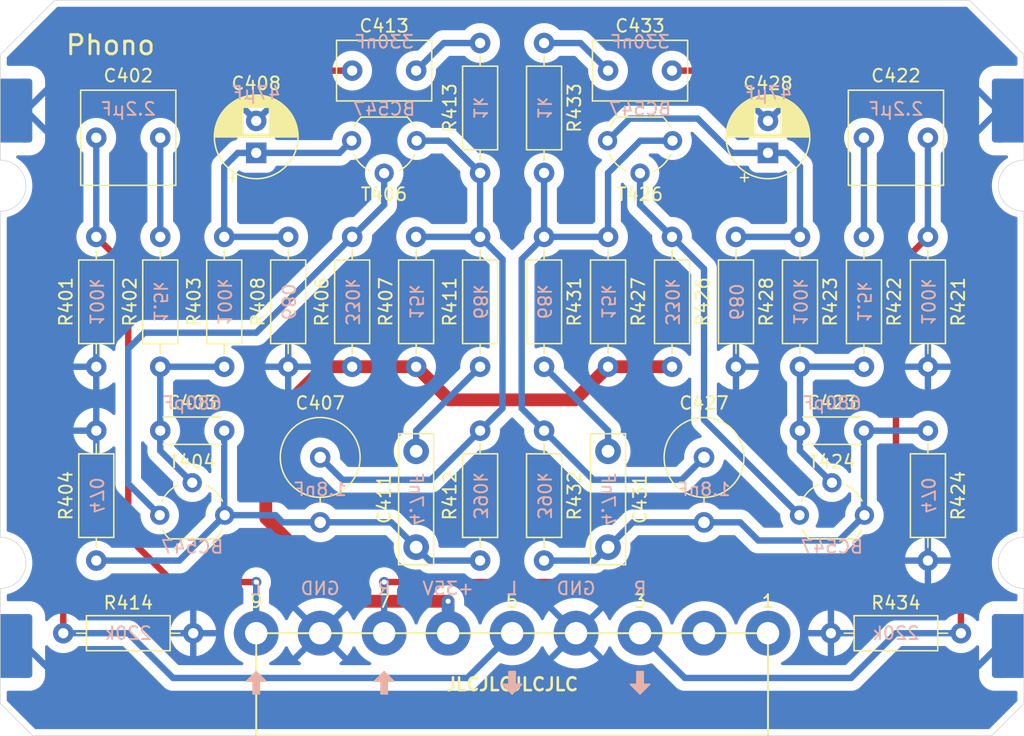
<source format=kicad_pcb>
(kicad_pcb (version 20221018) (generator pcbnew)
  (layers (0 "F.Cu" signal) (31 "B.Cu" signal) (34 "B.Paste" user) (35 "F.Paste" user) (36 "B.SilkS" user "B.Silkscreen") (37 "F.SilkS" user "F.Silkscreen") (38 "B.Mask" user) (39 "F.Mask" user) (44 "Edge.Cuts" user))
  (net 0 "")
  (net 1 "GND")
  (net 2 "R-IN")
  (net 3 "L-IN")
  (net 4 "R-OUT")
  (net 5 "L-OUT")
  (net 6 "Net-(C402-Pad2)")
  (net 7 "Net-(T404-B)")
  (net 8 "Net-(T404-E)")
  (net 9 "Net-(T406-C)")
  (net 10 "Net-(C411-Pad1)")
  (net 11 "Net-(C413-Pad1)")
  (net 12 "Net-(C422-Pad2)")
  (net 13 "Net-(T424-B)")
  (net 14 "Net-(T424-E)")
  (net 15 "Net-(T426-C)")
  (net 16 "Net-(C431-Pad1)")
  (net 17 "Net-(C433-Pad1)")
  (net 18 "Net-(T404-C)")
  (net 19 "Net-(T424-C)")
  (net 20 "Net-(T406-E)")
  (net 21 "Net-(T426-E)")
  (net 24 "+30V")
  (footprint "Library:Connector_01x09_5mm" (layer "F.Cu") (at 85.75 74.5)
    (fp_text reference "J1" hide)
    (fp_text value "Conn_01x09" hide)
    (fp_text user "5" (at -20 -2.5) (layer "F.SilkS"))
    (fp_text user "9" (at -40 -2.5) (layer "F.SilkS"))
    (fp_text user "1" (at 0 -2.5) (layer "F.SilkS"))
    (fp_text user "3" (at -10 -2.5) (layer "F.SilkS"))
    (fp_text user "7" (at -30 -2.5) (layer "F.SilkS"))
    (pad "1" thru_hole circle (at 0 0 180) (size 3.5 3.5) (drill 1.75) (layers "B.Cu" "B.Mask"))
    (pad "2" thru_hole circle (at -5 0 180) (size 3.5 3.5) (drill 1.75) (layers "B.Cu" "B.Mask"))
    (pad "3" thru_hole circle (at -10 0 180) (size 3.5 3.5) (drill 1.75) (layers "B.Cu" "B.Mask") (net 4 "R-OUT"))
    (pad "4" thru_hole circle (at -15 0 180) (size 3.5 3.5) (drill 1.75) (layers "B.Cu" "B.Mask") (net 1 "GND"))
    (pad "5" thru_hole circle (at -20 0 180) (size 3.5 3.5) (drill 1.75) (layers "B.Cu" "B.Mask") (net 5 "L-OUT"))
    (pad "6" thru_hole circle (at -25 0 180) (size 3.5 3.5) (drill 1.75) (layers "B.Cu" "B.Mask") (net 24 "+30V"))
    (pad "7" thru_hole circle (at -30 0 180) (size 3.5 3.5) (drill 1.75) (layers "B.Cu" "B.Mask") (net 2 "R-IN"))
    (pad "8" thru_hole circle (at -35 0 180) (size 3.5 3.5) (drill 1.75) (layers "B.Cu" "B.Mask") (net 1 "GND"))
    (pad "9" thru_hole circle (at -40 0 180) (size 3.5 3.5) (drill 1.75) (layers "B.Cu" "B.Mask") (net 3 "L-IN"))
  )
  (footprint "Resistor_THT:R_Axial_DIN0207_L6.3mm_D2.5mm_P10.16mm_Horizontal" (layer "F.Cu") (at 98.25 43.5 -90)
    (fp_text reference "R421" (at 5.08 -2.37 90) (layer "F.SilkS"))
    (fp_text value "100k" (at 5.08 0 -90 unlocked) (layer "B.SilkS") (effects (justify mirror)))
    (pad "1" thru_hole circle (at 0 0 270) (size 1.6 1.6) (drill 0.8) (layers "*.Cu" "*.Mask") (net 2 "R-IN"))
    (pad "2" thru_hole oval (at 10.16 0 270) (size 1.6 1.6) (drill 0.8) (layers "*.Cu" "*.Mask") (net 1 "GND"))
  )
  (footprint "Resistor_THT:R_Axial_DIN0207_L6.3mm_D2.5mm_P10.16mm_Horizontal" (layer "F.Cu") (at 63.25 43.5 -90)
    (fp_text reference "R411" (at 5.08 2.37 90) (layer "F.SilkS"))
    (fp_text value "68k" (at 5.08 0 -90 unlocked) (layer "B.SilkS") (effects (justify mirror)))
    (pad "1" thru_hole circle (at 0 0 270) (size 1.6 1.6) (drill 0.8) (layers "*.Cu" "*.Mask") (net 9 "Net-(T406-C)"))
    (pad "2" thru_hole oval (at 10.16 0 270) (size 1.6 1.6) (drill 0.8) (layers "*.Cu" "*.Mask") (net 10 "Net-(C411-Pad1)"))
  )
  (footprint "Capacitor_THT:C_Rect_L10.0mm_W2.5mm_P7.50mm_MKS4" (layer "F.Cu") (at 73.25 60.27 -90)
    (fp_text reference "C431" (at 3.75 -2.5 90) (layer "F.SilkS"))
    (fp_text value "4.7nF" (at 3.75 0 -90 unlocked) (layer "B.SilkS") (effects (justify mirror)))
    (pad "1" thru_hole circle (at 0 0 270) (size 2 2) (drill 1) (layers "*.Cu" "*.Mask") (net 16 "Net-(C431-Pad1)"))
    (pad "2" thru_hole circle (at 7.5 0 270) (size 2 2) (drill 1) (layers "*.Cu" "*.Mask") (net 14 "Net-(T424-E)"))
  )
  (footprint "Resistor_THT:R_Axial_DIN0207_L6.3mm_D2.5mm_P10.16mm_Horizontal" (layer "F.Cu") (at 83.25 43.5 -90)
    (fp_text reference "R428" (at 5.08 -2.37 90) (layer "F.SilkS"))
    (fp_text value "680" (at 5.08 0 -90 unlocked) (layer "B.SilkS") (effects (justify mirror)))
    (pad "1" thru_hole circle (at 0 0 270) (size 1.6 1.6) (drill 0.8) (layers "*.Cu" "*.Mask") (net 21 "Net-(T426-E)"))
    (pad "2" thru_hole oval (at 10.16 0 270) (size 1.6 1.6) (drill 0.8) (layers "*.Cu" "*.Mask") (net 1 "GND"))
  )
  (footprint "Capacitor_THT:C_Rect_L10.0mm_W2.5mm_P7.50mm_MKS4" (layer "F.Cu") (at 58.25 60.27 -90)
    (fp_text reference "C411" (at 3.75 2.5 90) (layer "F.SilkS"))
    (fp_text value "4.7nF" (at 3.75 0 -90 unlocked) (layer "B.SilkS") (effects (justify mirror)))
    (pad "1" thru_hole circle (at 0 0 270) (size 2 2) (drill 1) (layers "*.Cu" "*.Mask") (net 10 "Net-(C411-Pad1)"))
    (pad "2" thru_hole circle (at 7.5 0 270) (size 2 2) (drill 1) (layers "*.Cu" "*.Mask") (net 8 "Net-(T404-E)"))
  )
  (footprint "Resistor_THT:R_Axial_DIN0617_L17.0mm_D6.0mm_P5.08mm_Vertical" (layer "F.Cu") (at 50.75 60.75 -90)
    (fp_text reference "C407" (at -4.25 0) (layer "F.SilkS"))
    (fp_text value "1.8nF" (at 2.5 0 -180) (layer "B.SilkS") (effects (justify mirror)))
    (pad "1" thru_hole circle (at 0 0 270) (size 1.6 1.6) (drill 0.9) (layers "*.Cu" "*.Mask") (net 9 "Net-(T406-C)"))
    (pad "2" thru_hole circle (at 5.08 0 270) (size 1.6 1.6) (drill 0.9) (layers "*.Cu" "*.Mask") (net 8 "Net-(T404-E)"))
  )
  (footprint "Capacitor_THT:C_Rect_L7.2mm_W4.5mm_P5.00mm_FKS2_FKP2_MKS2_MKP2" (layer "F.Cu") (at 73.25 30.5)
    (fp_text reference "C433" (at 2.5 -3.5) (layer "F.SilkS"))
    (fp_text value "330nF" (at 2.5 -2.25) (layer "B.SilkS") (effects (justify mirror)))
    (pad "1" thru_hole circle (at 0 0) (size 1.6 1.6) (drill 0.8) (layers "*.Cu" "*.Mask") (net 17 "Net-(C433-Pad1)"))
    (pad "2" thru_hole circle (at 5 0) (size 1.6 1.6) (drill 0.8) (layers "*.Cu" "*.Mask") (net 4 "R-OUT"))
  )
  (footprint "Resistor_THT:R_Axial_DIN0207_L6.3mm_D2.5mm_P10.16mm_Horizontal" (layer "F.Cu") (at 33.25 43.5 -90)
    (fp_text reference "R401" (at 5.08 2.37 90) (layer "F.SilkS"))
    (fp_text value "100k" (at 5.08 0 -90 unlocked) (layer "B.SilkS") (effects (justify mirror)))
    (pad "1" thru_hole circle (at 0 0 270) (size 1.6 1.6) (drill 0.8) (layers "*.Cu" "*.Mask") (net 3 "L-IN"))
    (pad "2" thru_hole oval (at 10.16 0 270) (size 1.6 1.6) (drill 0.8) (layers "*.Cu" "*.Mask") (net 1 "GND"))
  )
  (footprint "Resistor_THT:R_Axial_DIN0207_L6.3mm_D2.5mm_P10.16mm_Horizontal" (layer "F.Cu") (at 73.25 53.66 90)
    (fp_text reference "R427" (at 5.08 2.37 90) (layer "F.SilkS"))
    (fp_text value "15k" (at 5.08 0 270 unlocked) (layer "B.SilkS") (effects (justify mirror)))
    (pad "1" thru_hole circle (at 0 0 90) (size 1.6 1.6) (drill 0.8) (layers "*.Cu" "*.Mask") (net 24 "+30V"))
    (pad "2" thru_hole oval (at 10.16 0 90) (size 1.6 1.6) (drill 0.8) (layers "*.Cu" "*.Mask") (net 15 "Net-(T426-C)"))
  )
  (footprint "Resistor_THT:R_Axial_DIN0207_L6.3mm_D2.5mm_P10.16mm_Horizontal" (layer "F.Cu") (at 68.25 43.5 -90)
    (fp_text reference "R431" (at 5.08 -2.37 90) (layer "F.SilkS"))
    (fp_text value "68k" (at 5.08 0 -90 unlocked) (layer "B.SilkS") (effects (justify mirror)))
    (pad "1" thru_hole circle (at 0 0 270) (size 1.6 1.6) (drill 0.8) (layers "*.Cu" "*.Mask") (net 15 "Net-(T426-C)"))
    (pad "2" thru_hole oval (at 10.16 0 270) (size 1.6 1.6) (drill 0.8) (layers "*.Cu" "*.Mask") (net 16 "Net-(C431-Pad1)"))
  )
  (footprint "Capacitor_THT:C_Rect_L7.2mm_W7.2mm_P5.00mm_FKS2_FKP2_MKS2_MKP2" (layer "F.Cu") (at 33.25 35.75)
    (fp_text reference "C402" (at 2.5 -4.85) (layer "F.SilkS"))
    (fp_text value "2.2µF" (at 2.5 -2.25) (layer "B.SilkS") (effects (justify mirror)))
    (pad "1" thru_hole circle (at 0 0) (size 1.6 1.6) (drill 0.8) (layers "*.Cu" "*.Mask") (net 3 "L-IN"))
    (pad "2" thru_hole circle (at 5 0) (size 1.6 1.6) (drill 0.8) (layers "*.Cu" "*.Mask") (net 6 "Net-(C402-Pad2)"))
  )
  (footprint "Capacitor_THT:C_Disc_D4.3mm_W1.9mm_P5.00mm" (layer "F.Cu") (at 88.25 58.66)
    (fp_text reference "C423" (at 2.5 -2.2) (layer "F.SilkS"))
    (fp_text value "680pF" (at 2.5 -2.16) (layer "B.SilkS") (effects (justify mirror)))
    (pad "1" thru_hole circle (at 0 0) (size 1.6 1.6) (drill 0.8) (layers "*.Cu" "*.Mask") (net 13 "Net-(T424-B)"))
    (pad "2" thru_hole circle (at 5 0) (size 1.6 1.6) (drill 0.8) (layers "*.Cu" "*.Mask") (net 14 "Net-(T424-E)"))
  )
  (footprint "Resistor_THT:R_Axial_DIN0207_L6.3mm_D2.5mm_P10.16mm_Horizontal" (layer "F.Cu") (at 38.25 43.5 -90)
    (fp_text reference "R402" (at 5.08 2.37 90) (layer "F.SilkS"))
    (fp_text value "1.5k" (at 5.08 0 -90 unlocked) (layer "B.SilkS") (effects (justify mirror)))
    (pad "1" thru_hole circle (at 0 0 270) (size 1.6 1.6) (drill 0.8) (layers "*.Cu" "*.Mask") (net 6 "Net-(C402-Pad2)"))
    (pad "2" thru_hole oval (at 10.16 0 270) (size 1.6 1.6) (drill 0.8) (layers "*.Cu" "*.Mask") (net 7 "Net-(T404-B)"))
  )
  (footprint "Resistor_THT:R_Axial_DIN0207_L6.3mm_D2.5mm_P10.16mm_Horizontal" (layer "F.Cu") (at 78.25 53.66 90)
    (fp_text reference "R426" (at 5.08 2.37 90) (layer "F.SilkS"))
    (fp_text value "330k" (at 5.08 0 270 unlocked) (layer "B.SilkS") (effects (justify mirror)))
    (pad "1" thru_hole circle (at 0 0 90) (size 1.6 1.6) (drill 0.8) (layers "*.Cu" "*.Mask") (net 24 "+30V"))
    (pad "2" thru_hole oval (at 10.16 0 90) (size 1.6 1.6) (drill 0.8) (layers "*.Cu" "*.Mask") (net 19 "Net-(T424-C)"))
  )
  (footprint "Resistor_THT:R_Axial_DIN0207_L6.3mm_D2.5mm_P10.16mm_Horizontal" (layer "F.Cu") (at 63.25 38.5 90)
    (fp_text reference "R413" (at 5.08 -2.37 90) (layer "F.SilkS"))
    (fp_text value "1k" (at 5.08 0 270 unlocked) (layer "B.SilkS") (effects (justify mirror)))
    (pad "1" thru_hole circle (at 0 0 90) (size 1.6 1.6) (drill 0.8) (layers "*.Cu" "*.Mask") (net 9 "Net-(T406-C)"))
    (pad "2" thru_hole oval (at 10.16 0 90) (size 1.6 1.6) (drill 0.8) (layers "*.Cu" "*.Mask") (net 11 "Net-(C413-Pad1)"))
  )
  (footprint "Resistor_THT:R_Axial_DIN0207_L6.3mm_D2.5mm_P10.16mm_Horizontal" (layer "F.Cu") (at 53.25 53.66 90)
    (fp_text reference "R406" (at 5.08 -2.37 90) (layer "F.SilkS"))
    (fp_text value "330k" (at 5.08 0 270 unlocked) (layer "B.SilkS") (effects (justify mirror)))
    (pad "1" thru_hole circle (at 0 0 90) (size 1.6 1.6) (drill 0.8) (layers "*.Cu" "*.Mask") (net 24 "+30V"))
    (pad "2" thru_hole oval (at 10.16 0 90) (size 1.6 1.6) (drill 0.8) (layers "*.Cu" "*.Mask") (net 18 "Net-(T404-C)"))
  )
  (footprint "Resistor_THT:R_Axial_DIN0207_L6.3mm_D2.5mm_P10.16mm_Horizontal" (layer "F.Cu") (at 68.25 58.66 -90)
    (fp_text reference "R432" (at 5.08 -2.37 90) (layer "F.SilkS"))
    (fp_text value "390k" (at 5.08 0 -90 unlocked) (layer "B.SilkS") (effects (justify mirror)))
    (pad "1" thru_hole circle (at 0 0 270) (size 1.6 1.6) (drill 0.8) (layers "*.Cu" "*.Mask") (net 15 "Net-(T426-C)"))
    (pad "2" thru_hole oval (at 10.16 0 270) (size 1.6 1.6) (drill 0.8) (layers "*.Cu" "*.Mask") (net 14 "Net-(T424-E)"))
  )
  (footprint "Resistor_THT:R_Axial_DIN0207_L6.3mm_D2.5mm_P10.16mm_Horizontal" (layer "F.Cu") (at 88.25 53.66 90)
    (fp_text reference "R423" (at 5.08 2.37 90) (layer "F.SilkS"))
    (fp_text value "100k" (at 5.08 0 270 unlocked) (layer "B.SilkS") (effects (justify mirror)))
    (pad "1" thru_hole circle (at 0 0 90) (size 1.6 1.6) (drill 0.8) (layers "*.Cu" "*.Mask") (net 13 "Net-(T424-B)"))
    (pad "2" thru_hole oval (at 10.16 0 90) (size 1.6 1.6) (drill 0.8) (layers "*.Cu" "*.Mask") (net 21 "Net-(T426-E)"))
  )
  (footprint "Capacitor_THT:C_Rect_L7.2mm_W7.2mm_P5.00mm_FKS2_FKP2_MKS2_MKP2" (layer "F.Cu") (at 98.25 35.75 180)
    (fp_text reference "C422" (at 2.5 4.85) (layer "F.SilkS"))
    (fp_text value "2.2µF" (at 2.5 2.25) (layer "B.SilkS") (effects (justify mirror)))
    (pad "1" thru_hole circle (at 0 0 180) (size 1.6 1.6) (drill 0.8) (layers "*.Cu" "*.Mask") (net 2 "R-IN"))
    (pad "2" thru_hole circle (at 5 0 180) (size 1.6 1.6) (drill 0.8) (layers "*.Cu" "*.Mask") (net 12 "Net-(C422-Pad2)"))
  )
  (footprint "Package_TO_SOT_THT:TO-92_Wide" (layer "F.Cu") (at 88.21 65.27)
    (fp_text reference "T424" (at 2.55 -4.19) (layer "F.SilkS"))
    (fp_text value "BC547" (at 2.54 2.48) (layer "B.SilkS") (effects (justify mirror)))
    (pad "1" thru_hole circle (at 0 0) (size 1.5 1.5) (drill 0.8) (layers "*.Cu" "*.Mask") (net 19 "Net-(T424-C)"))
    (pad "2" thru_hole circle (at 2.54 -2.54) (size 1.5 1.5) (drill 0.8) (layers "*.Cu" "*.Mask") (net 13 "Net-(T424-B)"))
    (pad "3" thru_hole circle (at 5.08 0) (size 1.5 1.5) (drill 0.8) (layers "*.Cu" "*.Mask") (net 14 "Net-(T424-E)"))
  )
  (footprint "Resistor_THT:R_Axial_DIN0617_L17.0mm_D6.0mm_P5.08mm_Vertical" (layer "F.Cu") (at 80.75 60.75 -90)
    (fp_text reference "C427" (at -4.25 0) (layer "F.SilkS"))
    (fp_text value "1.8nF" (at 2.5 0) (layer "B.SilkS") (effects (justify mirror)))
    (pad "1" thru_hole circle (at 0 0 270) (size 1.6 1.6) (drill 0.9) (layers "*.Cu" "*.Mask") (net 15 "Net-(T426-C)"))
    (pad "2" thru_hole circle (at 5.08 0 270) (size 1.6 1.6) (drill 0.9) (layers "*.Cu" "*.Mask") (net 14 "Net-(T424-E)"))
  )
  (footprint "Capacitor_THT:CP_Radial_D6.3mm_P2.50mm" (layer "F.Cu") (at 85.75 36.93238 90)
    (fp_text reference "C428" (at 5.43238 0 180) (layer "F.SilkS"))
    (fp_text value "47µF" (at 4.68238 0 180) (layer "B.SilkS") (effects (justify mirror)))
    (pad "1" thru_hole rect (at 0 0 90) (size 1.6 1.6) (drill 0.8) (layers "*.Cu" "*.Mask") (net 21 "Net-(T426-E)"))
    (pad "2" thru_hole circle (at 2.5 0 90) (size 1.6 1.6) (drill 0.8) (layers "*.Cu" "*.Mask") (net 1 "GND"))
  )
  (footprint "Package_TO_SOT_THT:TO-92_Wide" (layer "F.Cu") (at 78.29 35.98 180)
    (fp_text reference "T426" (at 2.55 -4.19) (layer "F.SilkS"))
    (fp_text value "BC547" (at 2.54 2.48) (layer "B.SilkS") (effects (justify mirror)))
    (pad "1" thru_hole circle (at 0 0 180) (size 1.5 1.5) (drill 0.8) (layers "*.Cu" "*.Mask") (net 15 "Net-(T426-C)"))
    (pad "2" thru_hole circle (at 2.54 -2.54 180) (size 1.5 1.5) (drill 0.8) (layers "*.Cu" "*.Mask") (net 19 "Net-(T424-C)"))
    (pad "3" thru_hole circle (at 5.08 0 180) (size 1.5 1.5) (drill 0.8) (layers "*.Cu" "*.Mask") (net 21 "Net-(T426-E)"))
  )
  (footprint "Resistor_THT:R_Axial_DIN0207_L6.3mm_D2.5mm_P10.16mm_Horizontal" (layer "F.Cu") (at 58.25 53.66 90)
    (fp_text reference "R407" (at 5.08 -2.37 90) (layer "F.SilkS"))
    (fp_text value "15k" (at 5.08 0 270 unlocked) (layer "B.SilkS") (effects (justify mirror)))
    (pad "1" thru_hole circle (at 0 0 90) (size 1.6 1.6) (drill 0.8) (layers "*.Cu" "*.Mask") (net 24 "+30V"))
    (pad "2" thru_hole oval (at 10.16 0 90) (size 1.6 1.6) (drill 0.8) (layers "*.Cu" "*.Mask") (net 9 "Net-(T406-C)"))
  )
  (footprint "Resistor_THT:R_Axial_DIN0207_L6.3mm_D2.5mm_P10.16mm_Horizontal" (layer "F.Cu") (at 48.25 43.5 -90)
    (fp_text reference "R408" (at 5.08 2.37 90) (layer "F.SilkS"))
    (fp_text value "680" (at 5.08 0 -90 unlocked) (layer "B.SilkS") (effects (justify mirror)))
    (pad "1" thru_hole circle (at 0 0 270) (size 1.6 1.6) (drill 0.8) (layers "*.Cu" "*.Mask") (net 20 "Net-(T406-E)"))
    (pad "2" thru_hole oval (at 10.16 0 270) (size 1.6 1.6) (drill 0.8) (layers "*.Cu" "*.Mask") (net 1 "GND"))
  )
  (footprint "Resistor_THT:R_Axial_DIN0207_L6.3mm_D2.5mm_P10.16mm_Horizontal" (layer "F.Cu") (at 63.25 58.66 -90)
    (fp_text reference "R412" (at 5.08 2.37 90) (layer "F.SilkS"))
    (fp_text value "390k" (at 5.08 0 -90 unlocked) (layer "B.SilkS") (effects (justify mirror)))
    (pad "1" thru_hole circle (at 0 0 270) (size 1.6 1.6) (drill 0.8) (layers "*.Cu" "*.Mask") (net 9 "Net-(T406-C)"))
    (pad "2" thru_hole oval (at 10.16 0 270) (size 1.6 1.6) (drill 0.8) (layers "*.Cu" "*.Mask") (net 8 "Net-(T404-E)"))
  )
  (footprint "Resistor_THT:R_Axial_DIN0207_L6.3mm_D2.5mm_P10.16mm_Horizontal" (layer "F.Cu") (at 68.25 38.5 90)
    (fp_text reference "R433" (at 5.08 2.37 90) (layer "F.SilkS"))
    (fp_text value "1k" (at 5.08 0 270 unlocked) (layer "B.SilkS") (effects (justify mirror)))
    (pad "1" thru_hole circle (at 0 0 90) (size 1.6 1.6) (drill 0.8) (layers "*.Cu" "*.Mask") (net 15 "Net-(T426-C)"))
    (pad "2" thru_hole oval (at 10.16 0 90) (size 1.6 1.6) (drill 0.8) (layers "*.Cu" "*.Mask") (net 17 "Net-(C433-Pad1)"))
  )
  (footprint "Resistor_THT:R_Axial_DIN0207_L6.3mm_D2.5mm_P10.16mm_Horizontal" (layer "F.Cu") (at 43.25 53.66 90)
    (fp_text reference "R403" (at 5.08 -2.37 90) (layer "F.SilkS"))
    (fp_text value "100k" (at 5.08 0 270 unlocked) (layer "B.SilkS") (effects (justify mirror)))
    (pad "1" thru_hole circle (at 0 0 90) (size 1.6 1.6) (drill 0.8) (layers "*.Cu" "*.Mask") (net 7 "Net-(T404-B)"))
    (pad "2" thru_hole oval (at 10.16 0 90) (size 1.6 1.6) (drill 0.8) (layers "*.Cu" "*.Mask") (net 20 "Net-(T406-E)"))
  )
  (footprint "Capacitor_THT:C_Disc_D4.3mm_W1.9mm_P5.00mm" (layer "F.Cu") (at 38.25 58.66)
    (fp_text reference "C403" (at 2.5 -2.2) (layer "F.SilkS"))
    (fp_text value "680pF" (at 2.5 -2.16) (layer "B.SilkS") (effects (justify mirror)))
    (pad "1" thru_hole circle (at 0 0) (size 1.6 1.6) (drill 0.8) (layers "*.Cu" "*.Mask") (net 7 "Net-(T404-B)"))
    (pad "2" thru_hole circle (at 5 0) (size 1.6 1.6) (drill 0.8) (layers "*.Cu" "*.Mask") (net 8 "Net-(T404-E)"))
  )
  (footprint "Resistor_THT:R_Axial_DIN0207_L6.3mm_D2.5mm_P10.16mm_Horizontal" (layer "F.Cu") (at 98.25 58.66 -90)
    (fp_text reference "R424" (at 5.08 -2.37 90) (layer "F.SilkS"))
    (fp_text value "470" (at 5.08 0 -90 unlocked) (layer "B.SilkS") (effects (justify mirror)))
    (pad "1" thru_hole circle (at 0 0 270) (size 1.6 1.6) (drill 0.8) (layers "*.Cu" "*.Mask") (net 14 "Net-(T424-E)"))
    (pad "2" thru_hole oval (at 10.16 0 270) (size 1.6 1.6) (drill 0.8) (layers "*.Cu" "*.Mask") (net 1 "GND"))
  )
  (footprint "Resistor_THT:R_Axial_DIN0207_L6.3mm_D2.5mm_P10.16mm_Horizontal" (layer "F.Cu") (at 100.83 74.5 180)
    (fp_text reference "R434" (at 5.08 2.37) (layer "F.SilkS"))
    (fp_text value "220k" (at 5.08 0) (layer "B.SilkS") (effects (justify mirror)))
    (pad "1" thru_hole circle (at 0 0 180) (size 1.6 1.6) (drill 0.8) (layers "*.Cu" "*.Mask") (net 4 "R-OUT"))
    (pad "2" thru_hole oval (at 10.16 0 180) (size 1.6 1.6) (drill 0.8) (layers "*.Cu" "*.Mask") (net 1 "GND"))
  )
  (footprint "Resistor_THT:R_Axial_DIN0207_L6.3mm_D2.5mm_P10.16mm_Horizontal" (layer "F.Cu") (at 30.67 74.5)
    (fp_text reference "R414" (at 5.08 -2.37) (layer "F.SilkS"))
    (fp_text value "220k" (at 5.08 0) (layer "B.SilkS") (effects (justify mirror)))
    (pad "1" thru_hole circle (at 0 0) (size 1.6 1.6) (drill 0.8) (layers "*.Cu" "*.Mask") (net 5 "L-OUT"))
    (pad "2" thru_hole oval (at 10.16 0) (size 1.6 1.6) (drill 0.8) (layers "*.Cu" "*.Mask") (net 1 "GND"))
  )
  (footprint "Resistor_THT:R_Axial_DIN0207_L6.3mm_D2.5mm_P10.16mm_Horizontal" (layer "F.Cu") (at 33.25 68.82 90)
    (fp_text reference "R404" (at 5.08 -2.37 90) (layer "F.SilkS"))
    (fp_text value "470" (at 5.08 0 270 unlocked) (layer "B.SilkS") (effects (justify mirror)))
    (pad "1" thru_hole circle (at 0 0 90) (size 1.6 1.6) (drill 0.8) (layers "*.Cu" "*.Mask") (net 8 "Net-(T404-E)"))
    (pad "2" thru_hole oval (at 10.16 0 90) (size 1.6 1.6) (drill 0.8) (layers "*.Cu" "*.Mask") (net 1 "GND"))
  )
  (footprint "Resistor_THT:R_Axial_DIN0207_L6.3mm_D2.5mm_P10.16mm_Horizontal" (layer "F.Cu") (at 93.25 43.5 -90)
    (fp_text reference "R422" (at 5.08 -2.37 90) (layer "F.SilkS"))
    (fp_text value "1.5k" (at 5.08 0 -90 unlocked) (layer "B.SilkS") (effects (justify mirror)))
    (pad "1" thru_hole circle (at 0 0 270) (size 1.6 1.6) (drill 0.8) (layers "*.Cu" "*.Mask") (net 12 "Net-(C422-Pad2)"))
    (pad "2" thru_hole oval (at 10.16 0 270) (size 1.6 1.6) (drill 0.8) (layers "*.Cu" "*.Mask") (net 13 "Net-(T424-B)"))
  )
  (footprint "Capacitor_THT:CP_Radial_D6.3mm_P2.50mm" (layer "F.Cu") (at 45.75 36.93238 90)
    (fp_text reference "C408" (at 5.43238 0 180) (layer "F.SilkS"))
    (fp_text value "47µF" (at 4.68238 0 180) (layer "B.SilkS") (effects (justify mirror)))
    (pad "1" thru_hole rect (at 0 0 90) (size 1.6 1.6) (drill 0.8) (layers "*.Cu" "*.Mask") (net 20 "Net-(T406-E)"))
    (pad "2" thru_hole circle (at 2.5 0 90) (size 1.6 1.6) (drill 0.8) (layers "*.Cu" "*.Mask") (net 1 "GND"))
  )
  (footprint "Package_TO_SOT_THT:TO-92_Wide" (layer "F.Cu") (at 58.29 35.98 180)
    (fp_text reference "T406" (at 2.55 -4.19) (layer "F.SilkS"))
    (fp_text value "BC547" (at 2.54 2.48) (layer "B.SilkS") (effects (justify mirror)))
    (pad "1" thru_hole circle (at 0 0 180) (size 1.5 1.5) (drill 0.8) (layers "*.Cu" "*.Mask") (net 9 "Net-(T406-C)"))
    (pad "2" thru_hole circle (at 2.54 -2.54 180) (size 1.5 1.5) (drill 0.8) (layers "*.Cu" "*.Mask") (net 18 "Net-(T404-C)"))
    (pad "3" thru_hole circle (at 5.08 0 180) (size 1.5 1.5) (drill 0.8) (layers "*.Cu" "*.Mask") (net 20 "Net-(T406-E)"))
  )
  (footprint "Package_TO_SOT_THT:TO-92_Wide" (layer "F.Cu") (at 38.21 65.27)
    (fp_text reference "T404" (at 2.55 -4.19) (layer "F.SilkS"))
    (fp_text value "BC547" (at 2.54 2.48) (layer "B.SilkS") (effects (justify mirror)))
    (pad "1" thru_hole circle (at 0 0) (size 1.5 1.5) (drill 0.8) (layers "*.Cu" "*.Mask") (net 18 "Net-(T404-C)"))
    (pad "2" thru_hole circle (at 2.54 -2.54) (size 1.5 1.5) (drill 0.8) (layers "*.Cu" "*.Mask") (net 7 "Net-(T404-B)"))
    (pad "3" thru_hole circle (at 5.08 0) (size 1.5 1.5) (drill 0.8) (layers "*.Cu" "*.Mask") (net 8 "Net-(T404-E)"))
  )
  (footprint "Capacitor_THT:C_Rect_L7.2mm_W4.5mm_P5.00mm_FKS2_FKP2_MKS2_MKP2" (layer "F.Cu") (at 58.25 30.5 180)
    (fp_text reference "C413" (at 2.5 3.5) (layer "F.SilkS"))
    (fp_text value "330nF" (at 2.5 2.25) (layer "B.SilkS") (effects (justify mirror)))
    (pad "1" thru_hole circle (at 0 0 180) (size 1.6 1.6) (drill 0.8) (layers "*.Cu" "*.Mask") (net 11 "Net-(C413-Pad1)"))
    (pad "2" thru_hole circle (at 5 0 180) (size 1.6 1.6) (drill 0.8) (layers "*.Cu" "*.Mask") (net 5 "L-OUT"))
  )
  (footprint "Library:Solderpad" (layer "B.Cu") (at 27 75.5 90)
    (fp_text reference "J5" hide)
    (fp_text value "Conn_01x01" hide)
    (pad "1" smd rect (at 0 -0.25 90) (size 5 2) (layers "B.Cu" "B.Paste" "B.Mask") (net 1 "GND"))
    (pad "1" smd roundrect (at 0 0.75 90) (size 5 1) (layers "B.Cu" "B.Paste" "B.Mask") (net 1 "GND"))
  )
  (footprint "Library:Solderpad" (layer "B.Cu") (at 104.5 33.625 -90)
    (fp_text reference "J4" hide)
    (fp_text value "Conn_01x01" hide)
    (pad "1" smd rect (at 0 -0.25 270) (size 5 2) (layers "B.Cu" "B.Paste" "B.Mask") (net 1 "GND"))
    (pad "1" smd roundrect (at 0 0.75 270) (size 5 1) (layers "B.Cu" "B.Paste" "B.Mask") (net 1 "GND"))
  )
  (footprint "Library:Solderpad" (layer "B.Cu") (at 104.5 75.5 -90)
    (fp_text reference "J3" hide)
    (fp_text value "Conn_01x01" hide)
    (pad "1" smd rect (at 0 -0.25 270) (size 5 2) (layers "B.Cu" "B.Paste" "B.Mask") (net 1 "GND"))
    (pad "1" smd roundrect (at 0 0.75 270) (size 5 1) (layers "B.Cu" "B.Paste" "B.Mask") (net 1 "GND"))
  )
  (footprint "Library:Solderpad" (layer "B.Cu") (at 27 33.625 90)
    (fp_text reference "J2" hide)
    (fp_text value "Conn_01x01" hide)
    (pad "1" smd rect (at 0 -0.25 90) (size 5 2) (layers "B.Cu" "B.Paste" "B.Mask") (net 1 "GND"))
    (pad "1" smd roundrect (at 0 0.75 90) (size 5 1) (layers "B.Cu" "B.Paste" "B.Mask") (net 1 "GND"))
  )
  (gr_poly (pts (xy 55.5 78.25) (xy 55.5 79.25) (xy 56 79.25) (xy 56 78.25)) (stroke (width 0.12)) (fill solid) (layer "B.SilkS"))
  (gr_poly (pts (xy 66 78.5) (xy 66 77.5) (xy 65.5 77.5) (xy 65.5 78.5)) (stroke (width 0.12)) (fill solid) (layer "B.SilkS"))
  (gr_poly (pts (xy 56.5 78.25) (xy 55.75 77.5) (xy 55 78.25)) (stroke (width 0.12)) (fill solid) (layer "B.SilkS"))
  (gr_poly (pts (xy 45.5 78.25) (xy 45.5 79.25) (xy 46 79.25) (xy 46 78.25)) (stroke (width 0.12)) (fill solid) (layer "B.SilkS"))
  (gr_poly (pts (xy 75 78.5) (xy 75.75 79.25) (xy 76.5 78.5)) (stroke (width 0.12)) (fill solid) (layer "B.SilkS"))
  (gr_poly (pts (xy 46.5 78.25) (xy 45.75 77.5) (xy 45 78.25)) (stroke (width 0.12)) (fill solid) (layer "B.SilkS"))
  (gr_poly (pts (xy 76 78.5) (xy 76 77.5) (xy 75.5 77.5) (xy 75.5 78.5)) (stroke (width 0.12)) (fill solid) (layer "B.SilkS"))
  (gr_poly (pts (xy 65 78.5) (xy 65.75 79.25) (xy 66.5 78.5)) (stroke (width 0.12)) (fill solid) (layer "B.SilkS"))
  (gr_line (start 25.75 29.25) (end 30 25) (stroke (width 0.05)) (layer "Edge.Cuts"))
  (gr_line (start 101.5 25) (end 105.75 29.25) (stroke (width 0.05)) (layer "Edge.Cuts"))
  (gr_line (start 103.25 82.5) (end 105.75 80) (stroke (width 0.05)) (layer "Edge.Cuts"))
  (gr_line (start 25.75 80) (end 28.25 82.5) (stroke (width 0.05)) (layer "Edge.Cuts"))
  (gr_arc (start 25.75 67) (mid 27.75 69) (end 25.75 71) (stroke (width 0.05)) (layer "Edge.Cuts"))
  (gr_arc (start 25.75 37.5) (mid 27.75 39.5) (end 25.75 41.5) (stroke (width 0.05)) (layer "Edge.Cuts"))
  (gr_arc (start 105.75 41.5) (mid 103.75 39.5) (end 105.75 37.5) (stroke (width 0.05)) (layer "Edge.Cuts"))
  (gr_line (start 103.25 82.5) (end 28.25 82.5) (stroke (width 0.05)) (layer "Edge.Cuts"))
  (gr_line (start 105.75 29.25) (end 105.75 37.5) (stroke (width 0.05)) (layer "Edge.Cuts"))
  (gr_line (start 25.75 29.25) (end 25.75 37.5) (stroke (width 0.05)) (layer "Edge.Cuts"))
  (gr_line (start 25.75 80) (end 25.75 71) (stroke (width 0.05)) (layer "Edge.Cuts"))
  (gr_line (start 30 25) (end 101.5 25) (stroke (width 0.05)) (layer "Edge.Cuts"))
  (gr_arc (start 105.75 71) (mid 103.75 69) (end 105.75 67) (stroke (width 0.05)) (layer "Edge.Cuts"))
  (gr_line (start 105.75 41.5) (end 105.75 67) (stroke (width 0.05)) (layer "Edge.Cuts"))
  (gr_line (start 105.75 80) (end 105.75 71) (stroke (width 0.05)) (layer "Edge.Cuts"))
  (gr_line (start 25.75 41.5) (end 25.75 67) (stroke (width 0.05)) (layer "Edge.Cuts"))
  (gr_text "L" (at 65.75 71) (layer "B.SilkS") (effects (font (size 1 1)) (justify mirror)))
  (gr_text "GND" (at 70.75 71) (layer "B.SilkS") (effects (font (size 1 1)) (justify mirror)))
  (gr_text "R" (at 75.75 71) (layer "B.SilkS") (effects (font (size 1 1)) (justify mirror)))
  (gr_text "L" (at 45.75 71) (layer "B.SilkS") (effects (font (size 1 1)) (justify mirror)))
  (gr_text "R" (at 55.75 71) (layer "B.SilkS") (effects (font (size 1 1)) (justify mirror)))
  (gr_text "GND" (at 50.75 71) (layer "B.SilkS") (effects (font (size 1 1)) (justify mirror)))
  (gr_text "+35V" (at 60.75 71) (layer "B.SilkS") (effects (font (size 1 1)) (justify mirror)))
  (gr_text "Phono" (at 30.75 28.5) (layer "F.SilkS") (effects (font (size 1.5 1.5) (thickness 0.225)) (justify left)))
  (gr_text "JLCJLCJLCJLC" (at 65.75 78.5) (layer "F.SilkS") (effects (font (size 1 1) (thickness 0.2))))
  (segment (start 95.75 66.5) (end 91.75 70.5) (width 0.5) (layer "F.Cu") (net 2))
  (segment (start 91.75 70.5) (end 55.75 70.5) (width 0.5) (layer "F.Cu") (net 2))
  (segment (start 95.75 46) (end 95.75 66.5) (width 0.5) (layer "F.Cu") (net 2))
  (segment (start 98.25 43.5) (end 95.75 46) (width 0.5) (layer "F.Cu") (net 2))
  (via (at 55.75 70.5) (size 0.8) (drill 0.4) (layers "F.Cu" "B.Cu") (net 2))
  (segment (start 55.75 74.5) (end 55.75 70.5) (width 0.5) (layer "B.Cu") (net 2))
  (segment (start 98.25 35.75) (end 98.25 43.5) (width 0.5) (layer "B.Cu") (net 2))
  (segment (start 35.75 46) (end 35.75 67) (width 0.5) (layer "F.Cu") (net 3))
  (segment (start 39.25 70.5) (end 45.75 70.5) (width 0.5) (layer "F.Cu") (net 3))
  (segment (start 35.75 67) (end 39.25 70.5) (width 0.5) (layer "F.Cu") (net 3))
  (segment (start 33.25 43.5) (end 35.75 46) (width 0.5) (layer "F.Cu") (net 3))
  (via (at 45.75 70.5) (size 0.8) (drill 0.4) (layers "F.Cu" "B.Cu") (net 3))
  (segment (start 33.25 35.75) (end 33.25 43.5) (width 0.5) (layer "B.Cu") (net 3))
  (segment (start 45.75 74.5) (end 45.75 70.5) (width 0.5) (layer "B.Cu") (net 3))
  (segment (start 98.25 30.5) (end 78.25 30.5) (width 0.5) (layer "F.Cu") (net 4))
  (segment (start 100.83 33.08) (end 98.25 30.5) (width 0.5) (layer "F.Cu") (net 4))
  (segment (start 100.83 74.5) (end 100.83 33.08) (width 0.5) (layer "F.Cu") (net 4))
  (segment (start 95.75 74.5) (end 92.25 78) (width 0.5) (layer "B.Cu") (net 4))
  (segment (start 100.83 74.5) (end 95.75 74.5) (width 0.5) (layer "B.Cu") (net 4))
  (segment (start 75.75 74.5) (end 79.25 78) (width 0.5) (layer "B.Cu") (net 4))
  (segment (start 92.25 78) (end 79.25 78) (width 0.5) (layer "B.Cu") (net 4))
  (segment (start 30.67 74.5) (end 30.67 33.08) (width 0.5) (layer "F.Cu") (net 5))
  (segment (start 30.67 33.08) (end 33.25 30.5) (width 0.5) (layer "F.Cu") (net 5))
  (segment (start 33.25 30.5) (end 53.25 30.5) (width 0.5) (layer "F.Cu") (net 5))
  (segment (start 30.67 74.5) (end 35.75 74.5) (width 0.5) (layer "B.Cu") (net 5))
  (segment (start 35.75 74.5) (end 39.25 78) (width 0.5) (layer "B.Cu") (net 5))
  (segment (start 39.25 78) (end 62.25 78) (width 0.5) (layer "B.Cu") (net 5))
  (segment (start 62.25 78) (end 65.75 74.5) (width 0.5) (layer "B.Cu") (net 5))
  (segment (start 38.25 35.75) (end 38.25 43.5) (width 0.5) (layer "B.Cu") (net 6))
  (segment (start 38.25 58.66) (end 38.25 60.23) (width 0.5) (layer "B.Cu") (net 7))
  (segment (start 38.25 60.23) (end 40.75 62.73) (width 0.5) (layer "B.Cu") (net 7))
  (segment (start 38.25 53.66) (end 43.25 53.66) (width 0.5) (layer "B.Cu") (net 7))
  (segment (start 38.25 53.66) (end 38.25 58.66) (width 0.5) (layer "B.Cu") (net 7))
  (segment (start 59.3 68.82) (end 58.25 67.77) (width 0.5) (layer "B.Cu") (net 8))
  (segment (start 47.27 65.27) (end 47.83 65.83) (width 0.5) (layer "B.Cu") (net 8))
  (segment (start 56.31 65.83) (end 58.25 67.77) (width 0.5) (layer "B.Cu") (net 8))
  (segment (start 63.25 68.82) (end 59.3 68.82) (width 0.5) (layer "B.Cu") (net 8))
  (segment (start 47.83 65.83) (end 50.75 65.83) (width 0.5) (layer "B.Cu") (net 8))
  (segment (start 33.25 68.82) (end 39.74 68.82) (width 0.5) (layer "B.Cu") (net 8))
  (segment (start 43.25 58.66) (end 43.25 65.23) (width 0.5) (layer "B.Cu") (net 8))
  (segment (start 43.25 65.23) (end 43.29 65.27) (width 0.5) (layer "B.Cu") (net 8))
  (segment (start 43.29 65.27) (end 47.27 65.27) (width 0.5) (layer "B.Cu") (net 8))
  (segment (start 50.75 65.83) (end 56.31 65.83) (width 0.5) (layer "B.Cu") (net 8))
  (segment (start 39.74 68.82) (end 43.29 65.27) (width 0.5) (layer "B.Cu") (net 8))
  (segment (start 65 45.25) (end 65 56.91) (width 0.5) (layer "B.Cu") (net 9))
  (segment (start 59.41 62.5) (end 52.5 62.5) (width 0.5) (layer "B.Cu") (net 9))
  (segment (start 60.73 35.98) (end 63.25 38.5) (width 0.5) (layer "B.Cu") (net 9))
  (segment (start 58.25 43.5) (end 63.25 43.5) (width 0.5) (layer "B.Cu") (net 9))
  (segment (start 63.25 38.5) (end 63.25 43.5) (width 0.5) (layer "B.Cu") (net 9))
  (segment (start 52.5 62.5) (end 50.75 60.75) (width 0.5) (layer "B.Cu") (net 9))
  (segment (start 58.29 35.98) (end 60.73 35.98) (width 0.5) (layer "B.Cu") (net 9))
  (segment (start 63.25 43.5) (end 65 45.25) (width 0.5) (layer "B.Cu") (net 9))
  (segment (start 65 56.91) (end 63.25 58.66) (width 0.5) (layer "B.Cu") (net 9))
  (segment (start 63.25 58.66) (end 59.41 62.5) (width 0.5) (layer "B.Cu") (net 9))
  (segment (start 58.25 60.27) (end 58.25 58.66) (width 0.5) (layer "B.Cu") (net 10))
  (segment (start 58.25 58.66) (end 63.25 53.66) (width 0.5) (layer "B.Cu") (net 10))
  (segment (start 63.25 28.34) (end 60.41 28.34) (width 0.5) (layer "B.Cu") (net 11))
  (segment (start 60.41 28.34) (end 58.25 30.5) (width 0.5) (layer "B.Cu") (net 11))
  (segment (start 93.25 35.75) (end 93.25 43.5) (width 0.5) (layer "B.Cu") (net 12))
  (segment (start 88.25 58.66) (end 88.25 60.23) (width 0.5) (layer "B.Cu") (net 13))
  (segment (start 88.25 53.66) (end 88.25 58.66) (width 0.5) (layer "B.Cu") (net 13))
  (segment (start 88.25 60.23) (end 90.75 62.73) (width 0.5) (layer "B.Cu") (net 13))
  (segment (start 93.25 53.66) (end 88.25 53.66) (width 0.5) (layer "B.Cu") (net 13))
  (segment (start 93.25 58.66) (end 93.25 65.23) (width 0.5) (layer "B.Cu") (net 14))
  (segment (start 83.58 65.83) (end 85 67.25) (width 0.5) (layer "B.Cu") (net 14))
  (segment (start 80.75 65.83) (end 83.58 65.83) (width 0.5) (layer "B.Cu") (net 14))
  (segment (start 73.25 67.77) (end 72.2 68.82) (width 0.5) (layer "B.Cu") (net 14))
  (segment (start 80.75 65.83) (end 75.19 65.83) (width 0.5) (layer "B.Cu") (net 14))
  (segment (start 72.2 68.82) (end 68.25 68.82) (width 0.5) (layer "B.Cu") (net 14))
  (segment (start 93.25 65.23) (end 93.29 65.27) (width 0.5) (layer "B.Cu") (net 14))
  (segment (start 75.19 65.83) (end 73.25 67.77) (width 0.5) (layer "B.Cu") (net 14))
  (segment (start 91.31 67.25) (end 93.29 65.27) (width 0.5) (layer "B.Cu") (net 14))
  (segment (start 85 67.25) (end 91.31 67.25) (width 0.5) (layer "B.Cu") (net 14))
  (segment (start 93.25 58.66) (end 98.25 58.66) (width 0.5) (layer "B.Cu") (net 14))
  (segment (start 75.77 35.98) (end 73.25 38.5) (width 0.5) (layer "B.Cu") (net 15))
  (segment (start 68.25 43.5) (end 66.5 45.25) (width 0.5) (layer "B.Cu") (net 15))
  (segment (start 73.25 43.5) (end 68.25 43.5) (width 0.5) (layer "B.Cu") (net 15))
  (segment (start 79 62.5) (end 80.75 60.75) (width 0.5) (layer "B.Cu") (net 15))
  (segment (start 66.5 45.25) (end 66.5 56.91) (width 0.5) (layer "B.Cu") (net 15))
  (segment (start 78.29 35.98) (end 75.77 35.98) (width 0.5) (layer "B.Cu") (net 15))
  (segment (start 68.25 58.66) (end 72.09 62.5) (width 0.5) (layer "B.Cu") (net 15))
  (segment (start 66.5 56.91) (end 68.25 58.66) (width 0.5) (layer "B.Cu") (net 15))
  (segment (start 73.25 38.5) (end 73.25 43.5) (width 0.5) (layer "B.Cu") (net 15))
  (segment (start 72.09 62.5) (end 79 62.5) (width 0.5) (layer "B.Cu") (net 15))
  (segment (start 68.25 38.5) (end 68.25 43.5) (width 0.5) (layer "B.Cu") (net 15))
  (segment (start 73.25 60.27) (end 73.25 58.66) (width 0.5) (layer "B.Cu") (net 16))
  (segment (start 73.25 58.66) (end 68.25 53.66) (width 0.5) (layer "B.Cu") (net 16))
  (segment (start 68.25 28.34) (end 71.09 28.34) (width 0.5) (layer "B.Cu") (net 17))
  (segment (start 71.09 28.34) (end 73.25 30.5) (width 0.5) (layer "B.Cu") (net 17))
  (segment (start 37 51) (end 35.75 52.25) (width 0.5) (layer "B.Cu") (net 18))
  (segment (start 55.75 41) (end 55.75 38.52) (width 0.5) (layer "B.Cu") (net 18))
  (segment (start 35.75 52.25) (end 35.75 62.81) (width 0.5) (layer "B.Cu") (net 18))
  (segment (start 45.75 51) (end 37 51) (width 0.5) (layer "B.Cu") (net 18))
  (segment (start 35.75 62.81) (end 38.21 65.27) (width 0.5) (layer "B.Cu") (net 18))
  (segment (start 53.25 43.5) (end 55.75 41) (width 0.5) (layer "B.Cu") (net 18))
  (segment (start 53.25 43.5) (end 45.75 51) (width 0.5) (layer "B.Cu") (net 18))
  (segment (start 78.25 43.5) (end 80.75 46) (width 0.5) (layer "B.Cu") (net 19))
  (segment (start 80.75 57.81) (end 88.21 65.27) (width 0.5) (layer "B.Cu") (net 19))
  (segment (start 75.75 41) (end 78.25 43.5) (width 0.5) (layer "B.Cu") (net 19))
  (segment (start 80.75 46) (end 80.75 57.81) (width 0.5) (layer "B.Cu") (net 19))
  (segment (start 75.75 38.52) (end 75.75 41) (width 0.5) (layer "B.Cu") (net 19))
  (segment (start 43.25 38) (end 44.31762 36.93238) (width 0.5) (layer "B.Cu") (net 20))
  (segment (start 43.25 43.5) (end 43.25 38) (width 0.5) (layer "B.Cu") (net 20))
  (segment (start 52.25762 36.93238) (end 53.21 35.98) (width 0.5) (layer "B.Cu") (net 20))
  (segment (start 45.75 36.93238) (end 52.25762 36.93238) (width 0.5) (layer "B.Cu") (net 20))
  (segment (start 44.31762 36.93238) (end 45.75 36.93238) (width 0.5) (layer "B.Cu") (net 20))
  (segment (start 43.25 43.5) (end 48.25 43.5) (width 0.5) (layer "B.Cu") (net 20))
  (segment (start 85.75 36.93238) (end 82.93238 36.93238) (width 0.5) (layer "B.Cu") (net 21))
  (segment (start 74.94 34.25) (end 80.25 34.25) (width 0.5) (layer "B.Cu") (net 21))
  (segment (start 82.93238 36.93238) (end 80.25 34.25) (width 0.5) (layer "B.Cu") (net 21))
  (segment (start 73.21 35.98) (end 74.94 34.25) (width 0.5) (layer "B.Cu") (net 21))
  (segment (start 88.25 43.5) (end 88.25 38) (width 0.5) (layer "B.Cu") (net 21))
  (segment (start 87.18238 36.93238) (end 85.75 36.93238) (width 0.5) (layer "B.Cu") (net 21))
  (segment (start 88.25 38) (end 87.18238 36.93238) (width 0.5) (layer "B.Cu") (net 21))
  (segment (start 83.25 43.5) (end 88.25 43.5) (width 0.5) (layer "B.Cu") (net 21))
  (segment (start 70.66 56.25) (end 60.84 56.25) (width 1) (layer "F.Cu") (net 24))
  (segment (start 53.25 53.66) (end 58.25 53.66) (width 1) (layer "F.Cu") (net 24))
  (segment (start 46.5 65.5) (end 53 72) (width 1) (layer "F.Cu") (net 24))
  (segment (start 73.25 53.66) (end 78.25 53.66) (width 1) (layer "F.Cu") (net 24))
  (segment (start 46.5 58.25) (end 46.5 65.5) (width 1) (layer "F.Cu") (net 24))
  (segment (start 53 72) (end 60.75 72) (width 1) (layer "F.Cu") (net 24))
  (segment (start 51.09 53.66) (end 46.5 58.25) (width 1) (layer "F.Cu") (net 24))
  (segment (start 53.25 53.66) (end 51.09 53.66) (width 1) (layer "F.Cu") (net 24))
  (segment (start 73.25 53.66) (end 70.66 56.25) (width 1) (layer "F.Cu") (net 24))
  (segment (start 60.84 56.25) (end 58.25 53.66) (width 1) (layer "F.Cu") (net 24))
  (via (at 60.75 72) (size 0.8) (drill 0.4) (layers "F.Cu" "B.Cu") (net 24))
  (segment (start 60.75 74.5) (end 60.75 72) (width 1) (layer "B.Cu") (net 24))
  (zone (net 1) (net_name "GND") (layer "B.Cu") (connect_pads (clearance 0.75)) (min_thickness 0.25) (fill yes (thermal_gap 1) (thermal_bridge_width 0.5) (smoothing fillet) (island_removal_mode 2) (island_area_min 10))
    (polygon (pts (xy 25.75 25) (xy 105.75 25) (xy 105.75 82.5) (xy 25.75 82.5)))
  )
)
</source>
